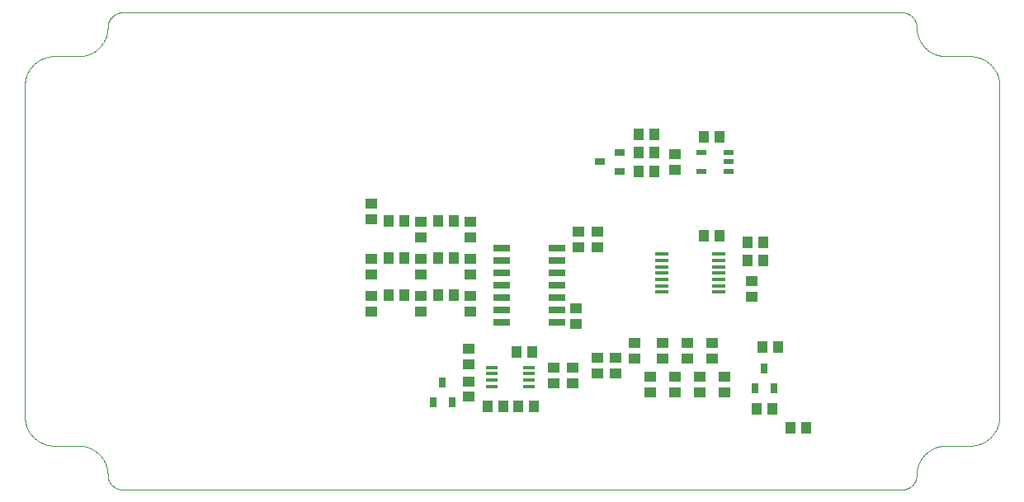
<source format=gtp>
G75*
%MOIN*%
%OFA0B0*%
%FSLAX25Y25*%
%IPPOS*%
%LPD*%
%AMOC8*
5,1,8,0,0,1.08239X$1,22.5*
%
%ADD10C,0.00394*%
%ADD11R,0.05118X0.04331*%
%ADD12R,0.04331X0.05118*%
%ADD13R,0.03937X0.03150*%
%ADD14R,0.06890X0.02756*%
%ADD15R,0.05315X0.01575*%
%ADD16R,0.04331X0.02362*%
%ADD17R,0.03150X0.03937*%
%ADD18R,0.04724X0.01181*%
D10*
X0039406Y0022717D02*
X0049249Y0022717D01*
X0039406Y0022717D02*
X0039121Y0022720D01*
X0038835Y0022731D01*
X0038550Y0022748D01*
X0038266Y0022772D01*
X0037982Y0022803D01*
X0037699Y0022841D01*
X0037418Y0022886D01*
X0037137Y0022937D01*
X0036857Y0022995D01*
X0036579Y0023060D01*
X0036303Y0023132D01*
X0036029Y0023210D01*
X0035756Y0023295D01*
X0035486Y0023387D01*
X0035218Y0023485D01*
X0034952Y0023589D01*
X0034689Y0023700D01*
X0034429Y0023817D01*
X0034171Y0023940D01*
X0033917Y0024070D01*
X0033666Y0024206D01*
X0033418Y0024347D01*
X0033174Y0024495D01*
X0032933Y0024648D01*
X0032697Y0024808D01*
X0032464Y0024973D01*
X0032235Y0025143D01*
X0032010Y0025319D01*
X0031790Y0025501D01*
X0031574Y0025687D01*
X0031363Y0025879D01*
X0031156Y0026076D01*
X0030954Y0026278D01*
X0030757Y0026485D01*
X0030565Y0026696D01*
X0030379Y0026912D01*
X0030197Y0027132D01*
X0030021Y0027357D01*
X0029851Y0027586D01*
X0029686Y0027819D01*
X0029526Y0028055D01*
X0029373Y0028296D01*
X0029225Y0028540D01*
X0029084Y0028788D01*
X0028948Y0029039D01*
X0028818Y0029293D01*
X0028695Y0029551D01*
X0028578Y0029811D01*
X0028467Y0030074D01*
X0028363Y0030340D01*
X0028265Y0030608D01*
X0028173Y0030878D01*
X0028088Y0031151D01*
X0028010Y0031425D01*
X0027938Y0031701D01*
X0027873Y0031979D01*
X0027815Y0032259D01*
X0027764Y0032540D01*
X0027719Y0032821D01*
X0027681Y0033104D01*
X0027650Y0033388D01*
X0027626Y0033672D01*
X0027609Y0033957D01*
X0027598Y0034243D01*
X0027595Y0034528D01*
X0027595Y0168386D01*
X0027598Y0168671D01*
X0027609Y0168957D01*
X0027626Y0169242D01*
X0027650Y0169526D01*
X0027681Y0169810D01*
X0027719Y0170093D01*
X0027764Y0170374D01*
X0027815Y0170655D01*
X0027873Y0170935D01*
X0027938Y0171213D01*
X0028010Y0171489D01*
X0028088Y0171763D01*
X0028173Y0172036D01*
X0028265Y0172306D01*
X0028363Y0172574D01*
X0028467Y0172840D01*
X0028578Y0173103D01*
X0028695Y0173363D01*
X0028818Y0173621D01*
X0028948Y0173875D01*
X0029084Y0174126D01*
X0029225Y0174374D01*
X0029373Y0174618D01*
X0029526Y0174859D01*
X0029686Y0175095D01*
X0029851Y0175328D01*
X0030021Y0175557D01*
X0030197Y0175782D01*
X0030379Y0176002D01*
X0030565Y0176218D01*
X0030757Y0176429D01*
X0030954Y0176636D01*
X0031156Y0176838D01*
X0031363Y0177035D01*
X0031574Y0177227D01*
X0031790Y0177413D01*
X0032010Y0177595D01*
X0032235Y0177771D01*
X0032464Y0177941D01*
X0032697Y0178106D01*
X0032933Y0178266D01*
X0033174Y0178419D01*
X0033418Y0178567D01*
X0033666Y0178708D01*
X0033917Y0178844D01*
X0034171Y0178974D01*
X0034429Y0179097D01*
X0034689Y0179214D01*
X0034952Y0179325D01*
X0035218Y0179429D01*
X0035486Y0179527D01*
X0035756Y0179619D01*
X0036029Y0179704D01*
X0036303Y0179782D01*
X0036579Y0179854D01*
X0036857Y0179919D01*
X0037137Y0179977D01*
X0037418Y0180028D01*
X0037699Y0180073D01*
X0037982Y0180111D01*
X0038266Y0180142D01*
X0038550Y0180166D01*
X0038835Y0180183D01*
X0039121Y0180194D01*
X0039406Y0180197D01*
X0049249Y0180197D01*
X0049534Y0180200D01*
X0049820Y0180211D01*
X0050105Y0180228D01*
X0050389Y0180252D01*
X0050673Y0180283D01*
X0050956Y0180321D01*
X0051237Y0180366D01*
X0051518Y0180417D01*
X0051798Y0180475D01*
X0052076Y0180540D01*
X0052352Y0180612D01*
X0052626Y0180690D01*
X0052899Y0180775D01*
X0053169Y0180867D01*
X0053437Y0180965D01*
X0053703Y0181069D01*
X0053966Y0181180D01*
X0054226Y0181297D01*
X0054484Y0181420D01*
X0054738Y0181550D01*
X0054989Y0181686D01*
X0055237Y0181827D01*
X0055481Y0181975D01*
X0055722Y0182128D01*
X0055958Y0182288D01*
X0056191Y0182453D01*
X0056420Y0182623D01*
X0056645Y0182799D01*
X0056865Y0182981D01*
X0057081Y0183167D01*
X0057292Y0183359D01*
X0057499Y0183556D01*
X0057701Y0183758D01*
X0057898Y0183965D01*
X0058090Y0184176D01*
X0058276Y0184392D01*
X0058458Y0184612D01*
X0058634Y0184837D01*
X0058804Y0185066D01*
X0058969Y0185299D01*
X0059129Y0185535D01*
X0059282Y0185776D01*
X0059430Y0186020D01*
X0059571Y0186268D01*
X0059707Y0186519D01*
X0059837Y0186773D01*
X0059960Y0187031D01*
X0060077Y0187291D01*
X0060188Y0187554D01*
X0060292Y0187820D01*
X0060390Y0188088D01*
X0060482Y0188358D01*
X0060567Y0188631D01*
X0060645Y0188905D01*
X0060717Y0189181D01*
X0060782Y0189459D01*
X0060840Y0189739D01*
X0060891Y0190020D01*
X0060936Y0190301D01*
X0060974Y0190584D01*
X0061005Y0190868D01*
X0061029Y0191152D01*
X0061046Y0191437D01*
X0061057Y0191723D01*
X0061060Y0192008D01*
X0061059Y0192008D02*
X0061061Y0192160D01*
X0061067Y0192312D01*
X0061077Y0192464D01*
X0061090Y0192615D01*
X0061108Y0192766D01*
X0061129Y0192917D01*
X0061155Y0193067D01*
X0061184Y0193216D01*
X0061217Y0193365D01*
X0061254Y0193512D01*
X0061294Y0193659D01*
X0061339Y0193804D01*
X0061387Y0193948D01*
X0061439Y0194091D01*
X0061494Y0194233D01*
X0061553Y0194373D01*
X0061616Y0194512D01*
X0061682Y0194649D01*
X0061752Y0194784D01*
X0061825Y0194917D01*
X0061902Y0195048D01*
X0061982Y0195178D01*
X0062065Y0195305D01*
X0062151Y0195430D01*
X0062241Y0195553D01*
X0062334Y0195673D01*
X0062430Y0195791D01*
X0062529Y0195907D01*
X0062631Y0196020D01*
X0062735Y0196130D01*
X0062843Y0196238D01*
X0062953Y0196342D01*
X0063066Y0196444D01*
X0063182Y0196543D01*
X0063300Y0196639D01*
X0063420Y0196732D01*
X0063543Y0196822D01*
X0063668Y0196908D01*
X0063795Y0196991D01*
X0063925Y0197071D01*
X0064056Y0197148D01*
X0064189Y0197221D01*
X0064324Y0197291D01*
X0064461Y0197357D01*
X0064600Y0197420D01*
X0064740Y0197479D01*
X0064882Y0197534D01*
X0065025Y0197586D01*
X0065169Y0197634D01*
X0065314Y0197679D01*
X0065461Y0197719D01*
X0065608Y0197756D01*
X0065757Y0197789D01*
X0065906Y0197818D01*
X0066056Y0197844D01*
X0066207Y0197865D01*
X0066358Y0197883D01*
X0066509Y0197896D01*
X0066661Y0197906D01*
X0066813Y0197912D01*
X0066965Y0197914D01*
X0066965Y0197913D02*
X0381926Y0197913D01*
X0381926Y0197914D02*
X0382078Y0197912D01*
X0382230Y0197906D01*
X0382382Y0197896D01*
X0382533Y0197883D01*
X0382684Y0197865D01*
X0382835Y0197844D01*
X0382985Y0197818D01*
X0383134Y0197789D01*
X0383283Y0197756D01*
X0383430Y0197719D01*
X0383577Y0197679D01*
X0383722Y0197634D01*
X0383866Y0197586D01*
X0384009Y0197534D01*
X0384151Y0197479D01*
X0384291Y0197420D01*
X0384430Y0197357D01*
X0384567Y0197291D01*
X0384702Y0197221D01*
X0384835Y0197148D01*
X0384966Y0197071D01*
X0385096Y0196991D01*
X0385223Y0196908D01*
X0385348Y0196822D01*
X0385471Y0196732D01*
X0385591Y0196639D01*
X0385709Y0196543D01*
X0385825Y0196444D01*
X0385938Y0196342D01*
X0386048Y0196238D01*
X0386156Y0196130D01*
X0386260Y0196020D01*
X0386362Y0195907D01*
X0386461Y0195791D01*
X0386557Y0195673D01*
X0386650Y0195553D01*
X0386740Y0195430D01*
X0386826Y0195305D01*
X0386909Y0195178D01*
X0386989Y0195048D01*
X0387066Y0194917D01*
X0387139Y0194784D01*
X0387209Y0194649D01*
X0387275Y0194512D01*
X0387338Y0194373D01*
X0387397Y0194233D01*
X0387452Y0194091D01*
X0387504Y0193948D01*
X0387552Y0193804D01*
X0387597Y0193659D01*
X0387637Y0193512D01*
X0387674Y0193365D01*
X0387707Y0193216D01*
X0387736Y0193067D01*
X0387762Y0192917D01*
X0387783Y0192766D01*
X0387801Y0192615D01*
X0387814Y0192464D01*
X0387824Y0192312D01*
X0387830Y0192160D01*
X0387832Y0192008D01*
X0387831Y0192008D02*
X0387834Y0191723D01*
X0387845Y0191437D01*
X0387862Y0191152D01*
X0387886Y0190868D01*
X0387917Y0190584D01*
X0387955Y0190301D01*
X0388000Y0190020D01*
X0388051Y0189739D01*
X0388109Y0189459D01*
X0388174Y0189181D01*
X0388246Y0188905D01*
X0388324Y0188631D01*
X0388409Y0188358D01*
X0388501Y0188088D01*
X0388599Y0187820D01*
X0388703Y0187554D01*
X0388814Y0187291D01*
X0388931Y0187031D01*
X0389054Y0186773D01*
X0389184Y0186519D01*
X0389320Y0186268D01*
X0389461Y0186020D01*
X0389609Y0185776D01*
X0389762Y0185535D01*
X0389922Y0185299D01*
X0390087Y0185066D01*
X0390257Y0184837D01*
X0390433Y0184612D01*
X0390615Y0184392D01*
X0390801Y0184176D01*
X0390993Y0183965D01*
X0391190Y0183758D01*
X0391392Y0183556D01*
X0391599Y0183359D01*
X0391810Y0183167D01*
X0392026Y0182981D01*
X0392246Y0182799D01*
X0392471Y0182623D01*
X0392700Y0182453D01*
X0392933Y0182288D01*
X0393169Y0182128D01*
X0393410Y0181975D01*
X0393654Y0181827D01*
X0393902Y0181686D01*
X0394153Y0181550D01*
X0394407Y0181420D01*
X0394665Y0181297D01*
X0394925Y0181180D01*
X0395188Y0181069D01*
X0395454Y0180965D01*
X0395722Y0180867D01*
X0395992Y0180775D01*
X0396265Y0180690D01*
X0396539Y0180612D01*
X0396815Y0180540D01*
X0397093Y0180475D01*
X0397373Y0180417D01*
X0397654Y0180366D01*
X0397935Y0180321D01*
X0398218Y0180283D01*
X0398502Y0180252D01*
X0398786Y0180228D01*
X0399071Y0180211D01*
X0399357Y0180200D01*
X0399642Y0180197D01*
X0409485Y0180197D01*
X0409770Y0180194D01*
X0410056Y0180183D01*
X0410341Y0180166D01*
X0410625Y0180142D01*
X0410909Y0180111D01*
X0411192Y0180073D01*
X0411473Y0180028D01*
X0411754Y0179977D01*
X0412034Y0179919D01*
X0412312Y0179854D01*
X0412588Y0179782D01*
X0412862Y0179704D01*
X0413135Y0179619D01*
X0413405Y0179527D01*
X0413673Y0179429D01*
X0413939Y0179325D01*
X0414202Y0179214D01*
X0414462Y0179097D01*
X0414720Y0178974D01*
X0414974Y0178844D01*
X0415225Y0178708D01*
X0415473Y0178567D01*
X0415717Y0178419D01*
X0415958Y0178266D01*
X0416194Y0178106D01*
X0416427Y0177941D01*
X0416656Y0177771D01*
X0416881Y0177595D01*
X0417101Y0177413D01*
X0417317Y0177227D01*
X0417528Y0177035D01*
X0417735Y0176838D01*
X0417937Y0176636D01*
X0418134Y0176429D01*
X0418326Y0176218D01*
X0418512Y0176002D01*
X0418694Y0175782D01*
X0418870Y0175557D01*
X0419040Y0175328D01*
X0419205Y0175095D01*
X0419365Y0174859D01*
X0419518Y0174618D01*
X0419666Y0174374D01*
X0419807Y0174126D01*
X0419943Y0173875D01*
X0420073Y0173621D01*
X0420196Y0173363D01*
X0420313Y0173103D01*
X0420424Y0172840D01*
X0420528Y0172574D01*
X0420626Y0172306D01*
X0420718Y0172036D01*
X0420803Y0171763D01*
X0420881Y0171489D01*
X0420953Y0171213D01*
X0421018Y0170935D01*
X0421076Y0170655D01*
X0421127Y0170374D01*
X0421172Y0170093D01*
X0421210Y0169810D01*
X0421241Y0169526D01*
X0421265Y0169242D01*
X0421282Y0168957D01*
X0421293Y0168671D01*
X0421296Y0168386D01*
X0421296Y0034528D01*
X0421293Y0034243D01*
X0421282Y0033957D01*
X0421265Y0033672D01*
X0421241Y0033388D01*
X0421210Y0033104D01*
X0421172Y0032821D01*
X0421127Y0032540D01*
X0421076Y0032259D01*
X0421018Y0031979D01*
X0420953Y0031701D01*
X0420881Y0031425D01*
X0420803Y0031151D01*
X0420718Y0030878D01*
X0420626Y0030608D01*
X0420528Y0030340D01*
X0420424Y0030074D01*
X0420313Y0029811D01*
X0420196Y0029551D01*
X0420073Y0029293D01*
X0419943Y0029039D01*
X0419807Y0028788D01*
X0419666Y0028540D01*
X0419518Y0028296D01*
X0419365Y0028055D01*
X0419205Y0027819D01*
X0419040Y0027586D01*
X0418870Y0027357D01*
X0418694Y0027132D01*
X0418512Y0026912D01*
X0418326Y0026696D01*
X0418134Y0026485D01*
X0417937Y0026278D01*
X0417735Y0026076D01*
X0417528Y0025879D01*
X0417317Y0025687D01*
X0417101Y0025501D01*
X0416881Y0025319D01*
X0416656Y0025143D01*
X0416427Y0024973D01*
X0416194Y0024808D01*
X0415958Y0024648D01*
X0415717Y0024495D01*
X0415473Y0024347D01*
X0415225Y0024206D01*
X0414974Y0024070D01*
X0414720Y0023940D01*
X0414462Y0023817D01*
X0414202Y0023700D01*
X0413939Y0023589D01*
X0413673Y0023485D01*
X0413405Y0023387D01*
X0413135Y0023295D01*
X0412862Y0023210D01*
X0412588Y0023132D01*
X0412312Y0023060D01*
X0412034Y0022995D01*
X0411754Y0022937D01*
X0411473Y0022886D01*
X0411192Y0022841D01*
X0410909Y0022803D01*
X0410625Y0022772D01*
X0410341Y0022748D01*
X0410056Y0022731D01*
X0409770Y0022720D01*
X0409485Y0022717D01*
X0399642Y0022717D01*
X0399357Y0022714D01*
X0399071Y0022703D01*
X0398786Y0022686D01*
X0398502Y0022662D01*
X0398218Y0022631D01*
X0397935Y0022593D01*
X0397654Y0022548D01*
X0397373Y0022497D01*
X0397093Y0022439D01*
X0396815Y0022374D01*
X0396539Y0022302D01*
X0396265Y0022224D01*
X0395992Y0022139D01*
X0395722Y0022047D01*
X0395454Y0021949D01*
X0395188Y0021845D01*
X0394925Y0021734D01*
X0394665Y0021617D01*
X0394407Y0021494D01*
X0394153Y0021364D01*
X0393902Y0021228D01*
X0393654Y0021087D01*
X0393410Y0020939D01*
X0393169Y0020786D01*
X0392933Y0020626D01*
X0392700Y0020461D01*
X0392471Y0020291D01*
X0392246Y0020115D01*
X0392026Y0019933D01*
X0391810Y0019747D01*
X0391599Y0019555D01*
X0391392Y0019358D01*
X0391190Y0019156D01*
X0390993Y0018949D01*
X0390801Y0018738D01*
X0390615Y0018522D01*
X0390433Y0018302D01*
X0390257Y0018077D01*
X0390087Y0017848D01*
X0389922Y0017615D01*
X0389762Y0017379D01*
X0389609Y0017138D01*
X0389461Y0016894D01*
X0389320Y0016646D01*
X0389184Y0016395D01*
X0389054Y0016141D01*
X0388931Y0015883D01*
X0388814Y0015623D01*
X0388703Y0015360D01*
X0388599Y0015094D01*
X0388501Y0014826D01*
X0388409Y0014556D01*
X0388324Y0014283D01*
X0388246Y0014009D01*
X0388174Y0013733D01*
X0388109Y0013455D01*
X0388051Y0013175D01*
X0388000Y0012894D01*
X0387955Y0012613D01*
X0387917Y0012330D01*
X0387886Y0012046D01*
X0387862Y0011762D01*
X0387845Y0011477D01*
X0387834Y0011191D01*
X0387831Y0010906D01*
X0387832Y0010906D02*
X0387830Y0010754D01*
X0387824Y0010602D01*
X0387814Y0010450D01*
X0387801Y0010299D01*
X0387783Y0010148D01*
X0387762Y0009997D01*
X0387736Y0009847D01*
X0387707Y0009698D01*
X0387674Y0009549D01*
X0387637Y0009402D01*
X0387597Y0009255D01*
X0387552Y0009110D01*
X0387504Y0008966D01*
X0387452Y0008823D01*
X0387397Y0008681D01*
X0387338Y0008541D01*
X0387275Y0008402D01*
X0387209Y0008265D01*
X0387139Y0008130D01*
X0387066Y0007997D01*
X0386989Y0007866D01*
X0386909Y0007736D01*
X0386826Y0007609D01*
X0386740Y0007484D01*
X0386650Y0007361D01*
X0386557Y0007241D01*
X0386461Y0007123D01*
X0386362Y0007007D01*
X0386260Y0006894D01*
X0386156Y0006784D01*
X0386048Y0006676D01*
X0385938Y0006572D01*
X0385825Y0006470D01*
X0385709Y0006371D01*
X0385591Y0006275D01*
X0385471Y0006182D01*
X0385348Y0006092D01*
X0385223Y0006006D01*
X0385096Y0005923D01*
X0384966Y0005843D01*
X0384835Y0005766D01*
X0384702Y0005693D01*
X0384567Y0005623D01*
X0384430Y0005557D01*
X0384291Y0005494D01*
X0384151Y0005435D01*
X0384009Y0005380D01*
X0383866Y0005328D01*
X0383722Y0005280D01*
X0383577Y0005235D01*
X0383430Y0005195D01*
X0383283Y0005158D01*
X0383134Y0005125D01*
X0382985Y0005096D01*
X0382835Y0005070D01*
X0382684Y0005049D01*
X0382533Y0005031D01*
X0382382Y0005018D01*
X0382230Y0005008D01*
X0382078Y0005002D01*
X0381926Y0005000D01*
X0066965Y0005000D01*
X0066813Y0005002D01*
X0066661Y0005008D01*
X0066509Y0005018D01*
X0066358Y0005031D01*
X0066207Y0005049D01*
X0066056Y0005070D01*
X0065906Y0005096D01*
X0065757Y0005125D01*
X0065608Y0005158D01*
X0065461Y0005195D01*
X0065314Y0005235D01*
X0065169Y0005280D01*
X0065025Y0005328D01*
X0064882Y0005380D01*
X0064740Y0005435D01*
X0064600Y0005494D01*
X0064461Y0005557D01*
X0064324Y0005623D01*
X0064189Y0005693D01*
X0064056Y0005766D01*
X0063925Y0005843D01*
X0063795Y0005923D01*
X0063668Y0006006D01*
X0063543Y0006092D01*
X0063420Y0006182D01*
X0063300Y0006275D01*
X0063182Y0006371D01*
X0063066Y0006470D01*
X0062953Y0006572D01*
X0062843Y0006676D01*
X0062735Y0006784D01*
X0062631Y0006894D01*
X0062529Y0007007D01*
X0062430Y0007123D01*
X0062334Y0007241D01*
X0062241Y0007361D01*
X0062151Y0007484D01*
X0062065Y0007609D01*
X0061982Y0007736D01*
X0061902Y0007866D01*
X0061825Y0007997D01*
X0061752Y0008130D01*
X0061682Y0008265D01*
X0061616Y0008402D01*
X0061553Y0008541D01*
X0061494Y0008681D01*
X0061439Y0008823D01*
X0061387Y0008966D01*
X0061339Y0009110D01*
X0061294Y0009255D01*
X0061254Y0009402D01*
X0061217Y0009549D01*
X0061184Y0009698D01*
X0061155Y0009847D01*
X0061129Y0009997D01*
X0061108Y0010148D01*
X0061090Y0010299D01*
X0061077Y0010450D01*
X0061067Y0010602D01*
X0061061Y0010754D01*
X0061059Y0010906D01*
X0061060Y0010906D02*
X0061057Y0011191D01*
X0061046Y0011477D01*
X0061029Y0011762D01*
X0061005Y0012046D01*
X0060974Y0012330D01*
X0060936Y0012613D01*
X0060891Y0012894D01*
X0060840Y0013175D01*
X0060782Y0013455D01*
X0060717Y0013733D01*
X0060645Y0014009D01*
X0060567Y0014283D01*
X0060482Y0014556D01*
X0060390Y0014826D01*
X0060292Y0015094D01*
X0060188Y0015360D01*
X0060077Y0015623D01*
X0059960Y0015883D01*
X0059837Y0016141D01*
X0059707Y0016395D01*
X0059571Y0016646D01*
X0059430Y0016894D01*
X0059282Y0017138D01*
X0059129Y0017379D01*
X0058969Y0017615D01*
X0058804Y0017848D01*
X0058634Y0018077D01*
X0058458Y0018302D01*
X0058276Y0018522D01*
X0058090Y0018738D01*
X0057898Y0018949D01*
X0057701Y0019156D01*
X0057499Y0019358D01*
X0057292Y0019555D01*
X0057081Y0019747D01*
X0056865Y0019933D01*
X0056645Y0020115D01*
X0056420Y0020291D01*
X0056191Y0020461D01*
X0055958Y0020626D01*
X0055722Y0020786D01*
X0055481Y0020939D01*
X0055237Y0021087D01*
X0054989Y0021228D01*
X0054738Y0021364D01*
X0054484Y0021494D01*
X0054226Y0021617D01*
X0053966Y0021734D01*
X0053703Y0021845D01*
X0053437Y0021949D01*
X0053169Y0022047D01*
X0052899Y0022139D01*
X0052626Y0022224D01*
X0052352Y0022302D01*
X0052076Y0022374D01*
X0051798Y0022439D01*
X0051518Y0022497D01*
X0051237Y0022548D01*
X0050956Y0022593D01*
X0050673Y0022631D01*
X0050389Y0022662D01*
X0050105Y0022686D01*
X0049820Y0022703D01*
X0049534Y0022714D01*
X0049249Y0022717D01*
D11*
X0167595Y0076850D03*
X0167595Y0083150D03*
X0167595Y0091850D03*
X0167595Y0098150D03*
X0187595Y0098150D03*
X0187595Y0091850D03*
X0187595Y0083150D03*
X0187595Y0076850D03*
X0207595Y0076850D03*
X0207595Y0083150D03*
X0207595Y0091850D03*
X0207595Y0098150D03*
X0207595Y0106850D03*
X0207595Y0113150D03*
X0187595Y0113150D03*
X0187595Y0106850D03*
X0167595Y0114350D03*
X0167595Y0120650D03*
X0251345Y0109400D03*
X0258845Y0109400D03*
X0258845Y0103100D03*
X0251345Y0103100D03*
X0250095Y0078150D03*
X0250095Y0071850D03*
X0258845Y0058150D03*
X0258845Y0051850D03*
X0266345Y0051850D03*
X0266345Y0058150D03*
X0273845Y0058100D03*
X0285095Y0058100D03*
X0285095Y0064400D03*
X0273845Y0064400D03*
X0295095Y0064400D03*
X0305095Y0064400D03*
X0305095Y0058100D03*
X0295095Y0058100D03*
X0290095Y0050650D03*
X0300095Y0050650D03*
X0310095Y0050650D03*
X0310095Y0044350D03*
X0300095Y0044350D03*
X0290095Y0044350D03*
X0280095Y0044350D03*
X0280095Y0050650D03*
X0248845Y0048100D03*
X0241345Y0048100D03*
X0241345Y0054400D03*
X0248845Y0054400D03*
X0206970Y0055600D03*
X0206970Y0061900D03*
X0206970Y0048775D03*
X0206970Y0042475D03*
X0321345Y0083100D03*
X0321345Y0089400D03*
X0290095Y0134350D03*
X0290095Y0140650D03*
D12*
X0281995Y0141250D03*
X0275696Y0141250D03*
X0275696Y0133750D03*
X0281995Y0133750D03*
X0301946Y0147500D03*
X0308245Y0147500D03*
X0281995Y0148750D03*
X0275696Y0148750D03*
X0200745Y0113750D03*
X0194446Y0113750D03*
X0180745Y0113750D03*
X0174446Y0113750D03*
X0174446Y0098750D03*
X0180745Y0098750D03*
X0194446Y0098750D03*
X0200745Y0098750D03*
X0200745Y0083750D03*
X0194446Y0083750D03*
X0180745Y0083750D03*
X0174446Y0083750D03*
X0226321Y0060625D03*
X0232620Y0060625D03*
X0233245Y0038750D03*
X0226946Y0038750D03*
X0220745Y0038750D03*
X0214446Y0038750D03*
X0323196Y0037500D03*
X0329495Y0037500D03*
X0336946Y0030000D03*
X0343245Y0030000D03*
X0331995Y0062500D03*
X0325696Y0062500D03*
X0325745Y0097500D03*
X0319446Y0097500D03*
X0319446Y0105000D03*
X0325745Y0105000D03*
X0308245Y0107500D03*
X0301946Y0107500D03*
D13*
X0267782Y0133760D03*
X0259908Y0137500D03*
X0267782Y0141240D03*
D14*
X0242467Y0102500D03*
X0242467Y0097500D03*
X0242467Y0092500D03*
X0242467Y0087500D03*
X0242467Y0082500D03*
X0242467Y0077500D03*
X0242467Y0072500D03*
X0220223Y0072500D03*
X0220223Y0077500D03*
X0220223Y0082500D03*
X0220223Y0087500D03*
X0220223Y0092500D03*
X0220223Y0097500D03*
X0220223Y0102500D03*
D15*
X0284829Y0100177D03*
X0284829Y0097618D03*
X0284829Y0095059D03*
X0284829Y0092500D03*
X0284829Y0089941D03*
X0284829Y0087382D03*
X0284829Y0084823D03*
X0307861Y0084823D03*
X0307861Y0087382D03*
X0307861Y0089941D03*
X0307861Y0092500D03*
X0307861Y0095059D03*
X0307861Y0097618D03*
X0307861Y0100177D03*
D16*
X0311857Y0133760D03*
X0311857Y0137500D03*
X0311857Y0141240D03*
X0300833Y0141240D03*
X0300833Y0133760D03*
D17*
X0326345Y0053937D03*
X0322605Y0046063D03*
X0330085Y0046063D03*
X0200085Y0040438D03*
X0192605Y0040438D03*
X0196345Y0048312D03*
D18*
X0216365Y0049345D03*
X0216365Y0046786D03*
X0216365Y0051905D03*
X0216365Y0054464D03*
X0231325Y0054464D03*
X0231325Y0051905D03*
X0231325Y0049345D03*
X0231325Y0046786D03*
M02*

</source>
